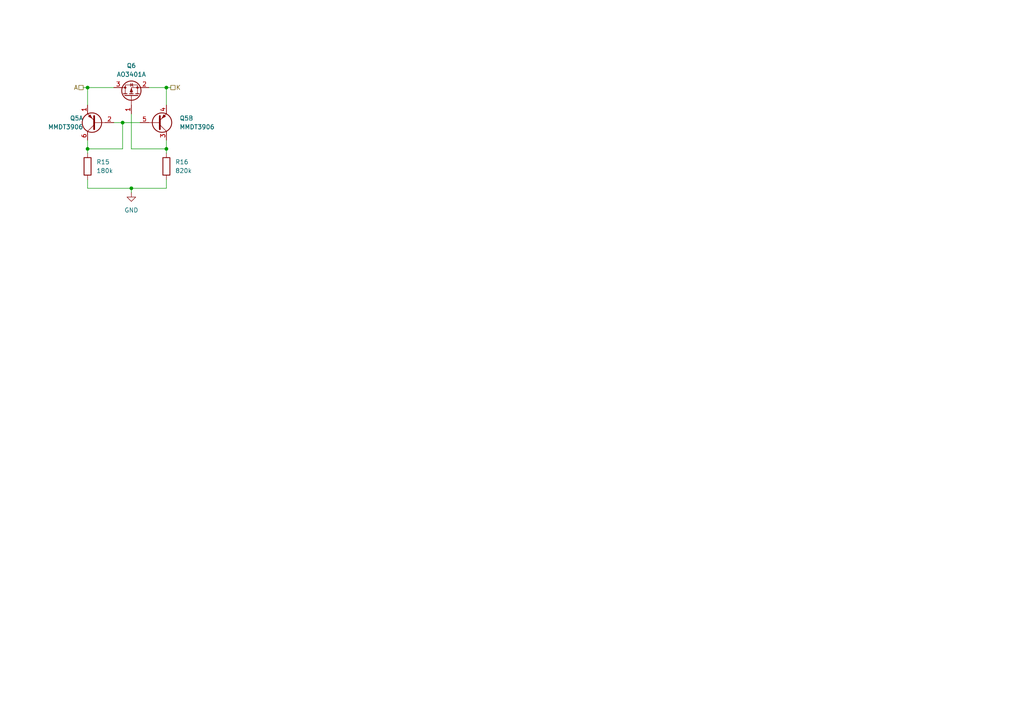
<source format=kicad_sch>
(kicad_sch (version 20240101) (generator "eeschema") (generator_version "8.99")
  (paper "A4")
  (lib_symbols
    (symbol "Device:R" (pin_numbers hide) (pin_names (offset 0))
      (property "Reference" "R" (at 2.032 0 90))
      (property "Value" "R" (at 0 0 90))
      (symbol "R_0_1"
        (rectangle (start -1.016 -2.54) (end 1.016 2.54) (stroke (width 0.254)))
      )
      (symbol "R_1_1"
        (pin passive line (at 0 3.81 270) (length 1.27) (name "~") (number "1"))
        (pin passive line (at 0 -3.81 90) (length 1.27) (name "~") (number "2"))
      )
    )
    (symbol "Transistor_BJT:MMDT3906" (pin_names (offset 0) hide)
      (property "Reference" "Q" (at 5.08 1.27 0))
      (property "Value" "MMDT3906" (at 5.08 -1.27 0))
      (symbol "MMDT3906_0_1"
        (polyline (pts (xy 0.635 0) (xy -2.54 0)))
        (polyline (pts (xy 0.635 0.635) (xy 2.54 2.54)))
        (polyline (pts (xy 0.635 -0.635) (xy 2.54 -2.54) (xy 2.54 -2.54)))
        (polyline (pts (xy 0.635 1.905) (xy 0.635 -1.905) (xy 0.635 -1.905)) (stroke (width 0.508)))
        (polyline (pts (xy 2.286 -1.778) (xy 1.778 -2.286) (xy 1.27 -1.27) (xy 2.286 -1.778) (xy 2.286 -1.778)) (fill (type outline)))
        (circle (center 1.27 0) (radius 2.8194) (stroke (width 0.254)))
      )
      (symbol "MMDT3906_1_1"
        (pin passive line (at 2.54 -5.08 90) (length 2.54) (name "E1") (number "1"))
        (pin input line (at -5.08 0 0) (length 2.54) (name "B1") (number "2"))
        (pin passive line (at 2.54 5.08 270) (length 2.54) (name "C1") (number "6"))
      )
      (symbol "MMDT3906_2_1"
        (pin passive line (at 2.54 5.08 270) (length 2.54) (name "C2") (number "3"))
        (pin passive line (at 2.54 -5.08 90) (length 2.54) (name "E2") (number "4"))
        (pin input line (at -5.08 0 0) (length 2.54) (name "B2") (number "5"))
      )
    )
    (symbol "Transistor_FET:AO3401A" (pin_names hide)
      (property "Reference" "Q" (at 5.08 1.905 0))
      (property "Value" "AO3401A" (at 5.08 0 0))
      (symbol "AO3401A_0_1"
        (polyline (pts (xy 0.254 0) (xy -2.54 0)))
        (polyline (pts (xy 0.254 1.905) (xy 0.254 -1.905)) (stroke (width 0.254)))
        (polyline (pts (xy 0.762 -1.27) (xy 0.762 -2.286)) (stroke (width 0.254)))
        (polyline (pts (xy 0.762 0.508) (xy 0.762 -0.508)) (stroke (width 0.254)))
        (polyline (pts (xy 0.762 2.286) (xy 0.762 1.27)) (stroke (width 0.254)))
        (polyline (pts (xy 2.54 2.54) (xy 2.54 1.778)))
        (polyline (pts (xy 2.54 -2.54) (xy 2.54 0) (xy 0.762 0)))
        (polyline (pts (xy 0.762 1.778) (xy 3.302 1.778) (xy 3.302 -1.778) (xy 0.762 -1.778)))
        (polyline (pts (xy 2.286 0) (xy 1.27 0.381) (xy 1.27 -0.381) (xy 2.286 0)) (fill (type outline)))
        (polyline (pts (xy 2.794 -0.508) (xy 2.921 -0.381) (xy 3.683 -0.381) (xy 3.81 -0.254)))
        (polyline (pts (xy 3.302 -0.381) (xy 2.921 0.254) (xy 3.683 0.254) (xy 3.302 -0.381)))
        (circle (center 1.651 0) (radius 2.794) (stroke (width 0.254)))
        (circle (center 2.54 -1.778) (radius 0.254) (fill (type outline)))
        (circle (center 2.54 1.778) (radius 0.254) (fill (type outline)))
      )
      (symbol "AO3401A_1_1"
        (pin input line (at -5.08 0 0) (length 2.54) (name "G") (number "1"))
        (pin passive line (at 2.54 -5.08 90) (length 2.54) (name "S") (number "2"))
        (pin passive line (at 2.54 5.08 270) (length 2.54) (name "D") (number "3"))
      )
    )
    (symbol "power:GND" (power) (pin_numbers hide) (pin_names (offset 0) hide)
      (property "Value" "GND" (at 0 -3.81 0))
      (symbol "GND_0_1"
        (polyline (pts (xy 0 0) (xy 0 -1.27) (xy 1.27 -1.27) (xy 0 -2.54) (xy -1.27 -1.27) (xy 0 -1.27)))
      )
      (symbol "GND_1_1"
        (pin power_in line (at 0 0 270) (length 0) (name "~") (number "1"))
      )
    )
  )
  (junction (at 25.4 25.4))
  (junction (at 48.26 43.18))
  (junction (at 48.26 25.4))
  (junction (at 38.1 54.61))
  (junction (at 25.4 43.18))
  (junction (at 35.56 35.56))
  (wire (pts (xy 25.4 52.07) (xy 25.4 54.61)))
  (wire (pts (xy 25.4 54.61) (xy 38.1 54.61)))
  (wire (pts (xy 38.1 54.61) (xy 38.1 55.88)))
  (wire (pts (xy 25.4 30.48) (xy 25.4 25.4)))
  (wire (pts (xy 35.56 35.56) (xy 35.56 43.18)))
  (wire (pts (xy 38.1 54.61) (xy 48.26 54.61)))
  (wire (pts (xy 25.4 25.4) (xy 33.02 25.4)))
  (wire (pts (xy 24.13 25.4) (xy 25.4 25.4)))
  (wire (pts (xy 25.4 43.18) (xy 25.4 44.45)))
  (wire (pts (xy 48.26 25.4) (xy 49.53 25.4)))
  (wire (pts (xy 48.26 54.61) (xy 48.26 52.07)))
  (wire (pts (xy 38.1 33.02) (xy 38.1 43.18)))
  (wire (pts (xy 48.26 25.4) (xy 48.26 30.48)))
  (wire (pts (xy 35.56 43.18) (xy 25.4 43.18)))
  (wire (pts (xy 48.26 43.18) (xy 48.26 44.45)))
  (wire (pts (xy 33.02 35.56) (xy 35.56 35.56)))
  (wire (pts (xy 35.56 35.56) (xy 40.64 35.56)))
  (wire (pts (xy 48.26 43.18) (xy 48.26 40.64)))
  (wire (pts (xy 43.18 25.4) (xy 48.26 25.4)))
  (wire (pts (xy 38.1 43.18) (xy 48.26 43.18)))
  (wire (pts (xy 25.4 43.18) (xy 25.4 40.64)))
  (hierarchical_label "A" (shape passive) (at 24.13 25.4 180))
  (hierarchical_label "K" (shape passive) (at 49.53 25.4 0))
  (symbol (lib_id "Transistor_BJT:MMDT3906") (at 45.72 35.56 0) (mirror x) (unit 2)
    (property "Reference" "Q5" (at 52.07 34.2899 0) (effects (justify left)))
    (property "Value" "MMDT3906" (at 52.07 36.8299 0) (effects (justify left)))
    (property "Footprint" "Package_TO_SOT_SMD:SOT-363_SC-70-6" (effects (hide yes)))
    (property "Datasheet" "http://www.diodes.com/_files/datasheets/ds30124.pdf" (effects (hide yes)))
    (property "Description" "200mA IC, 40V Vce, Dual PNP/PNP Transistors, SOT-363" (effects (hide yes)))
    (property "LCSC Part" "C3000398" (effects (hide yes)))
    (instances (project "geheimbadge-controller" (path "" (reference "Q5") (unit 2)) (path "" (reference "Q2") (unit 2)) (path "" (reference "Q3") (unit 2))))
  )
  (symbol (lib_id "Device:R") (at 48.26 48.26 0) (mirror y) (unit 1)
    (property "Reference" "R16" (at 50.8 46.9899 0) (effects (justify right)))
    (property "Value" "820k" (at 50.8 49.5299 0) (effects (justify right)))
    (property "Footprint" "Resistor_SMD:R_0603_1608Metric" (effects (hide yes)))
    (property "Description" "Resistor" (effects (hide yes)))
    (property "LCSC Part" "C23252" (effects (hide yes)))
    (instances (project "geheimbadge-controller" (path "" (reference "R16") (unit 1)) (path "" (reference "R14") (unit 1)) (path "" (reference "R22") (unit 1))))
  )
  (symbol (lib_id "Device:R") (at 25.4 48.26 0) (mirror y) (unit 1)
    (property "Reference" "R15" (at 27.94 46.99 0) (effects (justify right)))
    (property "Value" "180k" (at 27.94 49.53 0) (effects (justify right)))
    (property "Footprint" "Resistor_SMD:R_0603_1608Metric" (effects (hide yes)))
    (property "Description" "Resistor" (effects (hide yes)))
    (property "LCSC Part" "C22827" (effects (hide yes)))
    (instances (project "geheimbadge-controller" (path "" (reference "R15") (unit 1)) (path "" (reference "R13") (unit 1)) (path "" (reference "R21") (unit 1))))
  )
  (symbol (lib_id "power:GND") (at 38.1 55.88 0) (unit 1)
    (property "Reference" "#PWR019" (effects (hide yes)))
    (property "Value" "GND" (at 38.1 60.96 0))
    (property "Description" "Power symbol creates a global label with name \"GND\" , ground" (effects (hide yes)))
    (instances (project "geheimbadge-controller" (path "" (reference "#PWR019") (unit 1)) (path "" (reference "#PWR020") (unit 1))))
  )
  (symbol (lib_id "Transistor_BJT:MMDT3906") (at 27.94 35.56 180) (unit 1)
    (property "Reference" "Q5" (at 24.13 34.2899 0) (effects (justify left)))
    (property "Value" "MMDT3906" (at 24.13 36.8299 0) (effects (justify left)))
    (property "Footprint" "Package_TO_SOT_SMD:SOT-363_SC-70-6" (effects (hide yes)))
    (property "Datasheet" "http://www.diodes.com/_files/datasheets/ds30124.pdf" (effects (hide yes)))
    (property "Description" "200mA IC, 40V Vce, Dual PNP/PNP Transistors, SOT-363" (effects (hide yes)))
    (property "LCSC Part" "C3000398" (effects (hide yes)))
    (instances (project "geheimbadge-controller" (path "" (reference "Q5") (unit 1)) (path "" (reference "Q2") (unit 1)) (path "" (reference "Q3") (unit 1))))
  )
  (symbol (lib_id "Transistor_FET:AO3401A") (at 38.1 27.94 90) (unit 1)
    (property "Reference" "Q6" (at 38.1 19.05 90))
    (property "Value" "AO3401A" (at 38.1 21.59 90))
    (property "Footprint" "Package_TO_SOT_SMD:SOT-23" (effects (hide yes)))
    (property "Datasheet" "http://www.aosmd.com/pdfs/datasheet/AO3401A.pdf" (effects (hide yes)))
    (property "Description" "-4.0A Id, -30V Vds, P-Channel MOSFET, SOT-23" (effects (hide yes)))
    (property "LCSC Part" "C15127" (effects (hide yes)))
    (instances (project "geheimbadge-controller" (path "" (reference "Q6") (unit 1)) (path "" (reference "Q3") (unit 1)) (path "" (reference "Q4") (unit 1))))
  )
)
</source>
